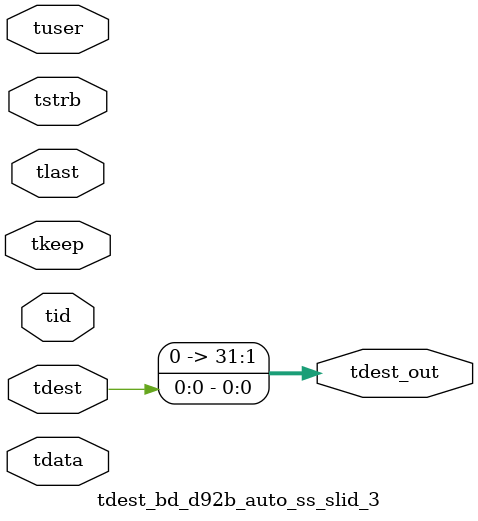
<source format=v>


`timescale 1ps/1ps

module tdest_bd_d92b_auto_ss_slid_3 #
(
parameter C_S_AXIS_TDATA_WIDTH = 32,
parameter C_S_AXIS_TUSER_WIDTH = 0,
parameter C_S_AXIS_TID_WIDTH   = 0,
parameter C_S_AXIS_TDEST_WIDTH = 0,
parameter C_M_AXIS_TDEST_WIDTH = 32
)
(
input  [(C_S_AXIS_TDATA_WIDTH == 0 ? 1 : C_S_AXIS_TDATA_WIDTH)-1:0     ] tdata,
input  [(C_S_AXIS_TUSER_WIDTH == 0 ? 1 : C_S_AXIS_TUSER_WIDTH)-1:0     ] tuser,
input  [(C_S_AXIS_TID_WIDTH   == 0 ? 1 : C_S_AXIS_TID_WIDTH)-1:0       ] tid,
input  [(C_S_AXIS_TDEST_WIDTH == 0 ? 1 : C_S_AXIS_TDEST_WIDTH)-1:0     ] tdest,
input  [(C_S_AXIS_TDATA_WIDTH/8)-1:0 ] tkeep,
input  [(C_S_AXIS_TDATA_WIDTH/8)-1:0 ] tstrb,
input                                                                    tlast,
output [C_M_AXIS_TDEST_WIDTH-1:0] tdest_out
);

assign tdest_out = {3'b000,tdest[0:0]};

endmodule


</source>
